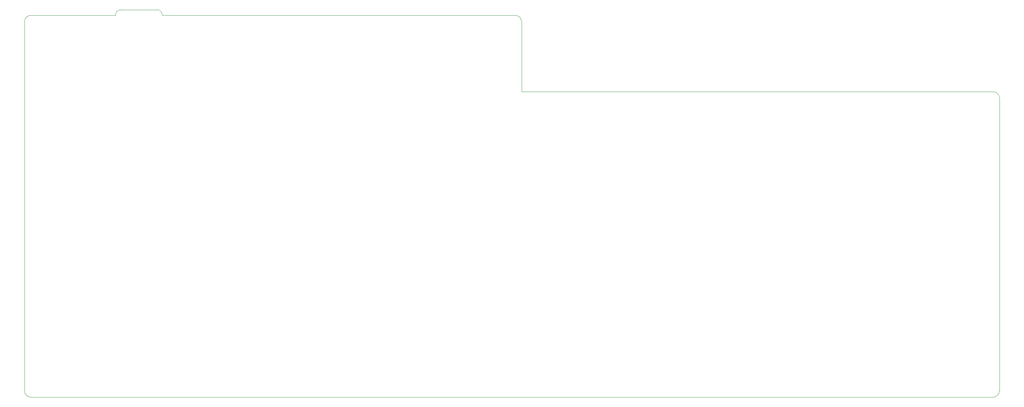
<source format=gm1>
G04 #@! TF.GenerationSoftware,KiCad,Pcbnew,(5.1.4-0)*
G04 #@! TF.CreationDate,2020-12-15T08:58:37-05:00*
G04 #@! TF.ProjectId,V4N4G0RTH0N,56344e34-4730-4525-9448-304e2e6b6963,rev?*
G04 #@! TF.SameCoordinates,Original*
G04 #@! TF.FileFunction,Profile,NP*
%FSLAX46Y46*%
G04 Gerber Fmt 4.6, Leading zero omitted, Abs format (unit mm)*
G04 Created by KiCad (PCBNEW (5.1.4-0)) date 2020-12-15 08:58:37*
%MOMM*%
%LPD*%
G04 APERTURE LIST*
%ADD10C,0.050000*%
G04 APERTURE END LIST*
D10*
X58166000Y-28575000D02*
X146050000Y-28575000D01*
X56769000Y-27178000D02*
G75*
G02X58166000Y-28575000I0J-1397000D01*
G01*
X47879000Y-27178000D02*
X56769000Y-27178000D01*
X46482000Y-28575000D02*
G75*
G02X47879000Y-27178000I1397000J0D01*
G01*
X23812500Y-122237500D02*
X23812500Y-30162500D01*
X265112500Y-123825000D02*
X25400000Y-123825000D01*
X266700000Y-49212500D02*
X266700000Y-122237500D01*
X147637500Y-47625000D02*
X265112500Y-47625000D01*
X147637500Y-30162500D02*
X147637500Y-47625000D01*
X25400000Y-28575000D02*
X46482000Y-28575000D01*
X23812500Y-30162500D02*
G75*
G02X25400000Y-28575000I1587500J0D01*
G01*
X146050000Y-28575000D02*
G75*
G02X147637500Y-30162500I0J-1587500D01*
G01*
X265112500Y-47625000D02*
G75*
G02X266700000Y-49212500I0J-1587500D01*
G01*
X266700000Y-122237500D02*
G75*
G02X265112500Y-123825000I-1587500J0D01*
G01*
X25400000Y-123825000D02*
G75*
G02X23812500Y-122237500I0J1587500D01*
G01*
M02*

</source>
